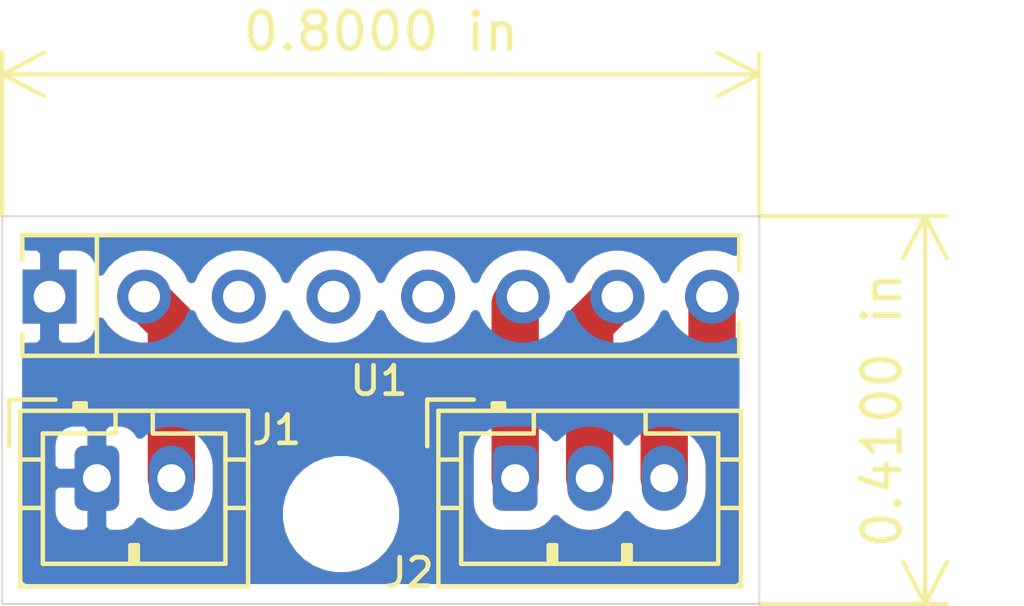
<source format=kicad_pcb>
(kicad_pcb (version 20171130) (host pcbnew "(5.1.2-1)-1")

  (general
    (thickness 1.6)
    (drawings 6)
    (tracks 9)
    (zones 0)
    (modules 4)
    (nets 8)
  )

  (page A4)
  (layers
    (0 F.Cu signal)
    (31 B.Cu signal)
    (32 B.Adhes user)
    (33 F.Adhes user)
    (34 B.Paste user)
    (35 F.Paste user)
    (36 B.SilkS user)
    (37 F.SilkS user)
    (38 B.Mask user)
    (39 F.Mask user)
    (40 Dwgs.User user)
    (41 Cmts.User user)
    (42 Eco1.User user)
    (43 Eco2.User user)
    (44 Edge.Cuts user)
    (45 Margin user)
    (46 B.CrtYd user)
    (47 F.CrtYd user hide)
    (48 B.Fab user)
    (49 F.Fab user)
  )

  (setup
    (last_trace_width 1.27)
    (user_trace_width 1.27)
    (trace_clearance 0.2)
    (zone_clearance 0.508)
    (zone_45_only no)
    (trace_min 0.2)
    (via_size 0.8)
    (via_drill 0.4)
    (via_min_size 0.4)
    (via_min_drill 0.3)
    (uvia_size 0.3)
    (uvia_drill 0.1)
    (uvias_allowed no)
    (uvia_min_size 0.2)
    (uvia_min_drill 0.1)
    (edge_width 0.05)
    (segment_width 0.2)
    (pcb_text_width 0.3)
    (pcb_text_size 1.5 1.5)
    (mod_edge_width 0.12)
    (mod_text_size 1 1)
    (mod_text_width 0.15)
    (pad_size 1.524 1.524)
    (pad_drill 0.762)
    (pad_to_mask_clearance 0.051)
    (solder_mask_min_width 0.25)
    (aux_axis_origin 0 0)
    (visible_elements FFFFFF7F)
    (pcbplotparams
      (layerselection 0x010fc_ffffffff)
      (usegerberextensions false)
      (usegerberattributes false)
      (usegerberadvancedattributes false)
      (creategerberjobfile false)
      (excludeedgelayer true)
      (linewidth 0.100000)
      (plotframeref false)
      (viasonmask false)
      (mode 1)
      (useauxorigin false)
      (hpglpennumber 1)
      (hpglpenspeed 20)
      (hpglpendiameter 15.000000)
      (psnegative false)
      (psa4output false)
      (plotreference true)
      (plotvalue true)
      (plotinvisibletext false)
      (padsonsilk false)
      (subtractmaskfromsilk false)
      (outputformat 1)
      (mirror false)
      (drillshape 1)
      (scaleselection 1)
      (outputdirectory ""))
  )

  (net 0 "")
  (net 1 +9V)
  (net 2 GND)
  (net 3 -15V)
  (net 4 "Net-(J2-Pad2)")
  (net 5 +15V)
  (net 6 "Net-(U1-Pad5)")
  (net 7 "Net-(U1-Pad3)")

  (net_class Default "This is the default net class."
    (clearance 0.2)
    (trace_width 0.25)
    (via_dia 0.8)
    (via_drill 0.4)
    (uvia_dia 0.3)
    (uvia_drill 0.1)
    (add_net +15V)
    (add_net +9V)
    (add_net -15V)
    (add_net GND)
    (add_net "Net-(J2-Pad2)")
    (add_net "Net-(U1-Pad3)")
    (add_net "Net-(U1-Pad5)")
  )

  (module MountingHole:MountingHole_2.1mm (layer F.Cu) (tedit 5B924765) (tstamp 5CEF652F)
    (at 130.556 98.171)
    (descr "Mounting Hole 2.1mm, no annular")
    (tags "mounting hole 2.1mm no annular")
    (path /5D3D0F8C)
    (attr virtual)
    (fp_text reference H1 (at -0.127 1.016) (layer F.SilkS) hide
      (effects (font (size 1 1) (thickness 0.15)))
    )
    (fp_text value MountingHole (at 0 3.2) (layer F.Fab) hide
      (effects (font (size 1 1) (thickness 0.15)))
    )
    (fp_circle (center 0 0) (end 2.35 0) (layer F.CrtYd) (width 0.05))
    (fp_circle (center 0 0) (end 2.1 0) (layer Cmts.User) (width 0.15))
    (fp_text user %R (at 0.1524 -0.0254) (layer F.Fab)
      (effects (font (size 1 1) (thickness 0.15)))
    )
    (pad "" np_thru_hole circle (at 0 0) (size 2.1 2.1) (drill 2.1) (layers *.Cu *.Mask))
  )

  (module Package_SIP:SIP-8_19x3mm_P2.54mm (layer F.Cu) (tedit 5A0CB273) (tstamp 5CEF5D4D)
    (at 122.682 92.329)
    (descr "SIP 8-pin (http://www.njr.com/semicon/PDF/package/SIP8_E.pdf)")
    (tags SIP8)
    (path /5D3C0259)
    (fp_text reference U1 (at 8.8392 2.2606) (layer F.SilkS)
      (effects (font (size 0.762 0.762) (thickness 0.127)))
    )
    (fp_text value DPAN02 (at 15.748 -2.413) (layer F.Fab) hide
      (effects (font (size 1 1) (thickness 0.15)))
    )
    (fp_line (start -0.61 -1.53) (end -0.61 -0.5) (layer F.Fab) (width 0.1))
    (fp_line (start -0.61 0.5) (end -0.61 1.47) (layer F.Fab) (width 0.1))
    (fp_line (start 18.39 1.47) (end -0.61 1.47) (layer F.Fab) (width 0.1))
    (fp_line (start 18.39 -1.53) (end -0.61 -1.53) (layer F.Fab) (width 0.1))
    (fp_line (start 18.51 -1.65) (end 18.51 -0.7) (layer F.SilkS) (width 0.12))
    (fp_line (start -0.73 -1.65) (end -0.73 -1) (layer F.SilkS) (width 0.12))
    (fp_line (start 18.51 -1.65) (end -0.73 -1.65) (layer F.SilkS) (width 0.12))
    (fp_line (start 18.51 1.59) (end 18.51 0.7) (layer F.SilkS) (width 0.12))
    (fp_line (start -0.73 1.59) (end -0.73 1) (layer F.SilkS) (width 0.12))
    (fp_line (start 18.51 1.59) (end -0.73 1.59) (layer F.SilkS) (width 0.12))
    (fp_line (start 1.27 1.59) (end 1.27 -1.65) (layer F.SilkS) (width 0.12))
    (fp_line (start 18.39 -1.53) (end 18.39 1.47) (layer F.Fab) (width 0.1))
    (fp_line (start -0.98 -1.78) (end 18.76 -1.78) (layer F.CrtYd) (width 0.05))
    (fp_line (start 18.76 -1.78) (end 18.76 1.72) (layer F.CrtYd) (width 0.05))
    (fp_line (start 18.76 1.72) (end -0.98 1.72) (layer F.CrtYd) (width 0.05))
    (fp_line (start -0.98 1.72) (end -0.98 -1.78) (layer F.CrtYd) (width 0.05))
    (fp_line (start -0.61 -0.5) (end -0.11 0) (layer F.Fab) (width 0.1))
    (fp_line (start -0.11 0) (end -0.61 0.5) (layer F.Fab) (width 0.1))
    (fp_text user %R (at 8.89 0) (layer F.Fab) hide
      (effects (font (size 1 1) (thickness 0.15)))
    )
    (pad 8 thru_hole circle (at 17.78 0 90) (size 1.45 1.45) (drill 0.85) (layers *.Cu *.Mask)
      (net 3 -15V))
    (pad 7 thru_hole circle (at 15.24 0 90) (size 1.45 1.45) (drill 0.85) (layers *.Cu *.Mask)
      (net 4 "Net-(J2-Pad2)"))
    (pad 6 thru_hole circle (at 12.7 0 90) (size 1.45 1.45) (drill 0.85) (layers *.Cu *.Mask)
      (net 5 +15V))
    (pad 5 thru_hole circle (at 10.16 0 90) (size 1.45 1.45) (drill 0.85) (layers *.Cu *.Mask)
      (net 6 "Net-(U1-Pad5)"))
    (pad 4 thru_hole circle (at 7.62 0 90) (size 1.45 1.45) (drill 0.85) (layers *.Cu *.Mask))
    (pad 3 thru_hole circle (at 5.08 0 90) (size 1.45 1.45) (drill 0.85) (layers *.Cu *.Mask)
      (net 7 "Net-(U1-Pad3)"))
    (pad 2 thru_hole circle (at 2.54 0 90) (size 1.45 1.45) (drill 0.85) (layers *.Cu *.Mask)
      (net 1 +9V))
    (pad 1 thru_hole rect (at 0 0 90) (size 1.45 1.45) (drill 0.85) (layers *.Cu *.Mask)
      (net 2 GND))
    (model ${KISYS3DMOD}/Package_SIP.3dshapes/SIP-8_19x3mm_P2.54mm.wrl
      (at (xyz 0 0 0))
      (scale (xyz 1 1 1))
      (rotate (xyz 0 0 0))
    )
  )

  (module Connector_JST:JST_PH_B3B-PH-K_1x03_P2.00mm_Vertical (layer F.Cu) (tedit 5B7745C2) (tstamp 5CEF5D2E)
    (at 135.1788 97.2058)
    (descr "JST PH series connector, B3B-PH-K (http://www.jst-mfg.com/product/pdf/eng/ePH.pdf), generated with kicad-footprint-generator")
    (tags "connector JST PH side entry")
    (path /5D3C5CCF)
    (fp_text reference J2 (at -2.8448 2.54) (layer F.SilkS)
      (effects (font (size 0.762 0.762) (thickness 0.127)))
    )
    (fp_text value Conn_01x03_Male (at 2 4) (layer F.Fab) hide
      (effects (font (size 1 1) (thickness 0.15)))
    )
    (fp_text user %R (at 2 1.5) (layer F.Fab) hide
      (effects (font (size 1 1) (thickness 0.15)))
    )
    (fp_line (start 6.45 -2.2) (end -2.45 -2.2) (layer F.CrtYd) (width 0.05))
    (fp_line (start 6.45 3.3) (end 6.45 -2.2) (layer F.CrtYd) (width 0.05))
    (fp_line (start -2.45 3.3) (end 6.45 3.3) (layer F.CrtYd) (width 0.05))
    (fp_line (start -2.45 -2.2) (end -2.45 3.3) (layer F.CrtYd) (width 0.05))
    (fp_line (start 5.95 -1.7) (end -1.95 -1.7) (layer F.Fab) (width 0.1))
    (fp_line (start 5.95 2.8) (end 5.95 -1.7) (layer F.Fab) (width 0.1))
    (fp_line (start -1.95 2.8) (end 5.95 2.8) (layer F.Fab) (width 0.1))
    (fp_line (start -1.95 -1.7) (end -1.95 2.8) (layer F.Fab) (width 0.1))
    (fp_line (start -2.36 -2.11) (end -2.36 -0.86) (layer F.Fab) (width 0.1))
    (fp_line (start -1.11 -2.11) (end -2.36 -2.11) (layer F.Fab) (width 0.1))
    (fp_line (start -2.36 -2.11) (end -2.36 -0.86) (layer F.SilkS) (width 0.12))
    (fp_line (start -1.11 -2.11) (end -2.36 -2.11) (layer F.SilkS) (width 0.12))
    (fp_line (start 3 2.3) (end 3 1.8) (layer F.SilkS) (width 0.12))
    (fp_line (start 3.1 1.8) (end 3.1 2.3) (layer F.SilkS) (width 0.12))
    (fp_line (start 2.9 1.8) (end 3.1 1.8) (layer F.SilkS) (width 0.12))
    (fp_line (start 2.9 2.3) (end 2.9 1.8) (layer F.SilkS) (width 0.12))
    (fp_line (start 1 2.3) (end 1 1.8) (layer F.SilkS) (width 0.12))
    (fp_line (start 1.1 1.8) (end 1.1 2.3) (layer F.SilkS) (width 0.12))
    (fp_line (start 0.9 1.8) (end 1.1 1.8) (layer F.SilkS) (width 0.12))
    (fp_line (start 0.9 2.3) (end 0.9 1.8) (layer F.SilkS) (width 0.12))
    (fp_line (start 6.06 0.8) (end 5.45 0.8) (layer F.SilkS) (width 0.12))
    (fp_line (start 6.06 -0.5) (end 5.45 -0.5) (layer F.SilkS) (width 0.12))
    (fp_line (start -2.06 0.8) (end -1.45 0.8) (layer F.SilkS) (width 0.12))
    (fp_line (start -2.06 -0.5) (end -1.45 -0.5) (layer F.SilkS) (width 0.12))
    (fp_line (start 3.5 -1.2) (end 3.5 -1.81) (layer F.SilkS) (width 0.12))
    (fp_line (start 5.45 -1.2) (end 3.5 -1.2) (layer F.SilkS) (width 0.12))
    (fp_line (start 5.45 2.3) (end 5.45 -1.2) (layer F.SilkS) (width 0.12))
    (fp_line (start -1.45 2.3) (end 5.45 2.3) (layer F.SilkS) (width 0.12))
    (fp_line (start -1.45 -1.2) (end -1.45 2.3) (layer F.SilkS) (width 0.12))
    (fp_line (start 0.5 -1.2) (end -1.45 -1.2) (layer F.SilkS) (width 0.12))
    (fp_line (start 0.5 -1.81) (end 0.5 -1.2) (layer F.SilkS) (width 0.12))
    (fp_line (start -0.3 -1.91) (end -0.6 -1.91) (layer F.SilkS) (width 0.12))
    (fp_line (start -0.6 -2.01) (end -0.6 -1.81) (layer F.SilkS) (width 0.12))
    (fp_line (start -0.3 -2.01) (end -0.6 -2.01) (layer F.SilkS) (width 0.12))
    (fp_line (start -0.3 -1.81) (end -0.3 -2.01) (layer F.SilkS) (width 0.12))
    (fp_line (start 6.06 -1.81) (end -2.06 -1.81) (layer F.SilkS) (width 0.12))
    (fp_line (start 6.06 2.91) (end 6.06 -1.81) (layer F.SilkS) (width 0.12))
    (fp_line (start -2.06 2.91) (end 6.06 2.91) (layer F.SilkS) (width 0.12))
    (fp_line (start -2.06 -1.81) (end -2.06 2.91) (layer F.SilkS) (width 0.12))
    (pad 3 thru_hole oval (at 4 0) (size 1.2 1.75) (drill 0.75) (layers *.Cu *.Mask)
      (net 3 -15V))
    (pad 2 thru_hole oval (at 2 0) (size 1.2 1.75) (drill 0.75) (layers *.Cu *.Mask)
      (net 4 "Net-(J2-Pad2)"))
    (pad 1 thru_hole roundrect (at 0 0) (size 1.2 1.75) (drill 0.75) (layers *.Cu *.Mask) (roundrect_rratio 0.208333)
      (net 5 +15V))
    (model ${KISYS3DMOD}/Connector_JST.3dshapes/JST_PH_B3B-PH-K_1x03_P2.00mm_Vertical.wrl
      (at (xyz 0 0 0))
      (scale (xyz 1 1 1))
      (rotate (xyz 0 0 0))
    )
  )

  (module Connector_JST:JST_PH_B2B-PH-K_1x02_P2.00mm_Vertical (layer F.Cu) (tedit 5B7745C2) (tstamp 5CEF5CFF)
    (at 123.952 97.2058)
    (descr "JST PH series connector, B2B-PH-K (http://www.jst-mfg.com/product/pdf/eng/ePH.pdf), generated with kicad-footprint-generator")
    (tags "connector JST PH side entry")
    (path /5D3C5379)
    (fp_text reference J1 (at 4.826 -1.2954) (layer F.SilkS)
      (effects (font (size 0.762 0.762) (thickness 0.127)))
    )
    (fp_text value Conn_01x02_Male (at 1 4) (layer F.Fab) hide
      (effects (font (size 1 1) (thickness 0.15)))
    )
    (fp_text user %R (at 1 1.5) (layer F.Fab)
      (effects (font (size 1 1) (thickness 0.15)))
    )
    (fp_line (start 4.45 -2.2) (end -2.45 -2.2) (layer F.CrtYd) (width 0.05))
    (fp_line (start 4.45 3.3) (end 4.45 -2.2) (layer F.CrtYd) (width 0.05))
    (fp_line (start -2.45 3.3) (end 4.45 3.3) (layer F.CrtYd) (width 0.05))
    (fp_line (start -2.45 -2.2) (end -2.45 3.3) (layer F.CrtYd) (width 0.05))
    (fp_line (start 3.95 -1.7) (end -1.95 -1.7) (layer F.Fab) (width 0.1))
    (fp_line (start 3.95 2.8) (end 3.95 -1.7) (layer F.Fab) (width 0.1))
    (fp_line (start -1.95 2.8) (end 3.95 2.8) (layer F.Fab) (width 0.1))
    (fp_line (start -1.95 -1.7) (end -1.95 2.8) (layer F.Fab) (width 0.1))
    (fp_line (start -2.36 -2.11) (end -2.36 -0.86) (layer F.Fab) (width 0.1))
    (fp_line (start -1.11 -2.11) (end -2.36 -2.11) (layer F.Fab) (width 0.1))
    (fp_line (start -2.36 -2.11) (end -2.36 -0.86) (layer F.SilkS) (width 0.12))
    (fp_line (start -1.11 -2.11) (end -2.36 -2.11) (layer F.SilkS) (width 0.12))
    (fp_line (start 1 2.3) (end 1 1.8) (layer F.SilkS) (width 0.12))
    (fp_line (start 1.1 1.8) (end 1.1 2.3) (layer F.SilkS) (width 0.12))
    (fp_line (start 0.9 1.8) (end 1.1 1.8) (layer F.SilkS) (width 0.12))
    (fp_line (start 0.9 2.3) (end 0.9 1.8) (layer F.SilkS) (width 0.12))
    (fp_line (start 4.06 0.8) (end 3.45 0.8) (layer F.SilkS) (width 0.12))
    (fp_line (start 4.06 -0.5) (end 3.45 -0.5) (layer F.SilkS) (width 0.12))
    (fp_line (start -2.06 0.8) (end -1.45 0.8) (layer F.SilkS) (width 0.12))
    (fp_line (start -2.06 -0.5) (end -1.45 -0.5) (layer F.SilkS) (width 0.12))
    (fp_line (start 1.5 -1.2) (end 1.5 -1.81) (layer F.SilkS) (width 0.12))
    (fp_line (start 3.45 -1.2) (end 1.5 -1.2) (layer F.SilkS) (width 0.12))
    (fp_line (start 3.45 2.3) (end 3.45 -1.2) (layer F.SilkS) (width 0.12))
    (fp_line (start -1.45 2.3) (end 3.45 2.3) (layer F.SilkS) (width 0.12))
    (fp_line (start -1.45 -1.2) (end -1.45 2.3) (layer F.SilkS) (width 0.12))
    (fp_line (start 0.5 -1.2) (end -1.45 -1.2) (layer F.SilkS) (width 0.12))
    (fp_line (start 0.5 -1.81) (end 0.5 -1.2) (layer F.SilkS) (width 0.12))
    (fp_line (start -0.3 -1.91) (end -0.6 -1.91) (layer F.SilkS) (width 0.12))
    (fp_line (start -0.6 -2.01) (end -0.6 -1.81) (layer F.SilkS) (width 0.12))
    (fp_line (start -0.3 -2.01) (end -0.6 -2.01) (layer F.SilkS) (width 0.12))
    (fp_line (start -0.3 -1.81) (end -0.3 -2.01) (layer F.SilkS) (width 0.12))
    (fp_line (start 4.06 -1.81) (end -2.06 -1.81) (layer F.SilkS) (width 0.12))
    (fp_line (start 4.06 2.91) (end 4.06 -1.81) (layer F.SilkS) (width 0.12))
    (fp_line (start -2.06 2.91) (end 4.06 2.91) (layer F.SilkS) (width 0.12))
    (fp_line (start -2.06 -1.81) (end -2.06 2.91) (layer F.SilkS) (width 0.12))
    (pad 2 thru_hole oval (at 2 0) (size 1.2 1.75) (drill 0.75) (layers *.Cu *.Mask)
      (net 1 +9V))
    (pad 1 thru_hole roundrect (at 0 0) (size 1.2 1.75) (drill 0.75) (layers *.Cu *.Mask) (roundrect_rratio 0.208333)
      (net 2 GND))
    (model ${KISYS3DMOD}/Connector_JST.3dshapes/JST_PH_B2B-PH-K_1x02_P2.00mm_Vertical.wrl
      (at (xyz 0 0 0))
      (scale (xyz 1 1 1))
      (rotate (xyz 0 0 0))
    )
  )

  (dimension 10.414 (width 0.12) (layer F.SilkS)
    (gr_text "0.4100 in" (at 147.447 95.377 270) (layer F.SilkS)
      (effects (font (size 1 1) (thickness 0.15)))
    )
    (feature1 (pts (xy 141.732 100.584) (xy 146.763421 100.584)))
    (feature2 (pts (xy 141.732 90.17) (xy 146.763421 90.17)))
    (crossbar (pts (xy 146.177 90.17) (xy 146.177 100.584)))
    (arrow1a (pts (xy 146.177 100.584) (xy 145.590579 99.457496)))
    (arrow1b (pts (xy 146.177 100.584) (xy 146.763421 99.457496)))
    (arrow2a (pts (xy 146.177 90.17) (xy 145.590579 91.296504)))
    (arrow2b (pts (xy 146.177 90.17) (xy 146.763421 91.296504)))
  )
  (dimension 20.32 (width 0.12) (layer F.SilkS)
    (gr_text "0.8000 in" (at 131.572 85.09) (layer F.SilkS)
      (effects (font (size 1 1) (thickness 0.15)))
    )
    (feature1 (pts (xy 141.732 90.17) (xy 141.732 85.773579)))
    (feature2 (pts (xy 121.412 90.17) (xy 121.412 85.773579)))
    (crossbar (pts (xy 121.412 86.36) (xy 141.732 86.36)))
    (arrow1a (pts (xy 141.732 86.36) (xy 140.605496 86.946421)))
    (arrow1b (pts (xy 141.732 86.36) (xy 140.605496 85.773579)))
    (arrow2a (pts (xy 121.412 86.36) (xy 122.538504 86.946421)))
    (arrow2b (pts (xy 121.412 86.36) (xy 122.538504 85.773579)))
  )
  (gr_line (start 121.412 100.584) (end 121.412 90.17) (layer Edge.Cuts) (width 0.05) (tstamp 5CEF62D4))
  (gr_line (start 141.732 100.584) (end 121.412 100.584) (layer Edge.Cuts) (width 0.05))
  (gr_line (start 141.732 90.17) (end 141.732 100.584) (layer Edge.Cuts) (width 0.05))
  (gr_line (start 121.412 90.17) (end 141.732 90.17) (layer Edge.Cuts) (width 0.05))

  (segment (start 125.952 93.059) (end 125.222 92.329) (width 1.27) (layer F.Cu) (net 1))
  (segment (start 125.952 97.2058) (end 125.952 93.059) (width 1.27) (layer F.Cu) (net 1))
  (segment (start 139.1788 95.0608) (end 140.462 93.7776) (width 1.27) (layer F.Cu) (net 3))
  (segment (start 139.1788 97.2058) (end 139.1788 95.0608) (width 1.27) (layer F.Cu) (net 3))
  (segment (start 140.462 93.7776) (end 140.462 92.329) (width 1.27) (layer F.Cu) (net 3))
  (segment (start 137.1788 93.0722) (end 137.922 92.329) (width 1.27) (layer F.Cu) (net 4))
  (segment (start 137.1788 97.2058) (end 137.1788 93.0722) (width 1.27) (layer F.Cu) (net 4))
  (segment (start 135.1788 92.5322) (end 135.382 92.329) (width 1.27) (layer F.Cu) (net 5))
  (segment (start 135.1788 97.2058) (end 135.1788 92.5322) (width 1.27) (layer F.Cu) (net 5))

  (zone (net 2) (net_name GND) (layer B.Cu) (tstamp 0) (hatch edge 0.508)
    (connect_pads (clearance 0.508))
    (min_thickness 0.254)
    (fill yes (arc_segments 32) (thermal_gap 0.508) (thermal_bridge_width 0.508))
    (polygon
      (pts
        (xy 121.412 90.17) (xy 141.732 90.17) (xy 141.732 100.584) (xy 121.412 100.584)
      )
    )
    (filled_polygon
      (pts
        (xy 141.072 91.109617) (xy 140.858697 91.021264) (xy 140.595948 90.969) (xy 140.328052 90.969) (xy 140.065303 91.021264)
        (xy 139.817799 91.123784) (xy 139.595051 91.272619) (xy 139.405619 91.462051) (xy 139.256784 91.684799) (xy 139.192 91.841201)
        (xy 139.127216 91.684799) (xy 138.978381 91.462051) (xy 138.788949 91.272619) (xy 138.566201 91.123784) (xy 138.318697 91.021264)
        (xy 138.055948 90.969) (xy 137.788052 90.969) (xy 137.525303 91.021264) (xy 137.277799 91.123784) (xy 137.055051 91.272619)
        (xy 136.865619 91.462051) (xy 136.716784 91.684799) (xy 136.652 91.841201) (xy 136.587216 91.684799) (xy 136.438381 91.462051)
        (xy 136.248949 91.272619) (xy 136.026201 91.123784) (xy 135.778697 91.021264) (xy 135.515948 90.969) (xy 135.248052 90.969)
        (xy 134.985303 91.021264) (xy 134.737799 91.123784) (xy 134.515051 91.272619) (xy 134.325619 91.462051) (xy 134.176784 91.684799)
        (xy 134.112 91.841201) (xy 134.047216 91.684799) (xy 133.898381 91.462051) (xy 133.708949 91.272619) (xy 133.486201 91.123784)
        (xy 133.238697 91.021264) (xy 132.975948 90.969) (xy 132.708052 90.969) (xy 132.445303 91.021264) (xy 132.197799 91.123784)
        (xy 131.975051 91.272619) (xy 131.785619 91.462051) (xy 131.636784 91.684799) (xy 131.572 91.841201) (xy 131.507216 91.684799)
        (xy 131.358381 91.462051) (xy 131.168949 91.272619) (xy 130.946201 91.123784) (xy 130.698697 91.021264) (xy 130.435948 90.969)
        (xy 130.168052 90.969) (xy 129.905303 91.021264) (xy 129.657799 91.123784) (xy 129.435051 91.272619) (xy 129.245619 91.462051)
        (xy 129.096784 91.684799) (xy 129.032 91.841201) (xy 128.967216 91.684799) (xy 128.818381 91.462051) (xy 128.628949 91.272619)
        (xy 128.406201 91.123784) (xy 128.158697 91.021264) (xy 127.895948 90.969) (xy 127.628052 90.969) (xy 127.365303 91.021264)
        (xy 127.117799 91.123784) (xy 126.895051 91.272619) (xy 126.705619 91.462051) (xy 126.556784 91.684799) (xy 126.492 91.841201)
        (xy 126.427216 91.684799) (xy 126.278381 91.462051) (xy 126.088949 91.272619) (xy 125.866201 91.123784) (xy 125.618697 91.021264)
        (xy 125.355948 90.969) (xy 125.088052 90.969) (xy 124.825303 91.021264) (xy 124.577799 91.123784) (xy 124.355051 91.272619)
        (xy 124.165619 91.462051) (xy 124.0448 91.64287) (xy 124.045072 91.604) (xy 124.032812 91.479518) (xy 123.996502 91.35982)
        (xy 123.937537 91.249506) (xy 123.858185 91.152815) (xy 123.761494 91.073463) (xy 123.65118 91.014498) (xy 123.531482 90.978188)
        (xy 123.407 90.965928) (xy 122.96775 90.969) (xy 122.809 91.12775) (xy 122.809 92.202) (xy 122.829 92.202)
        (xy 122.829 92.456) (xy 122.809 92.456) (xy 122.809 93.53025) (xy 122.96775 93.689) (xy 123.407 93.692072)
        (xy 123.531482 93.679812) (xy 123.65118 93.643502) (xy 123.761494 93.584537) (xy 123.858185 93.505185) (xy 123.937537 93.408494)
        (xy 123.996502 93.29818) (xy 124.032812 93.178482) (xy 124.045072 93.054) (xy 124.0448 93.01513) (xy 124.165619 93.195949)
        (xy 124.355051 93.385381) (xy 124.577799 93.534216) (xy 124.825303 93.636736) (xy 125.088052 93.689) (xy 125.355948 93.689)
        (xy 125.618697 93.636736) (xy 125.866201 93.534216) (xy 126.088949 93.385381) (xy 126.278381 93.195949) (xy 126.427216 92.973201)
        (xy 126.492 92.816799) (xy 126.556784 92.973201) (xy 126.705619 93.195949) (xy 126.895051 93.385381) (xy 127.117799 93.534216)
        (xy 127.365303 93.636736) (xy 127.628052 93.689) (xy 127.895948 93.689) (xy 128.158697 93.636736) (xy 128.406201 93.534216)
        (xy 128.628949 93.385381) (xy 128.818381 93.195949) (xy 128.967216 92.973201) (xy 129.032 92.816799) (xy 129.096784 92.973201)
        (xy 129.245619 93.195949) (xy 129.435051 93.385381) (xy 129.657799 93.534216) (xy 129.905303 93.636736) (xy 130.168052 93.689)
        (xy 130.435948 93.689) (xy 130.698697 93.636736) (xy 130.946201 93.534216) (xy 131.168949 93.385381) (xy 131.358381 93.195949)
        (xy 131.507216 92.973201) (xy 131.572 92.816799) (xy 131.636784 92.973201) (xy 131.785619 93.195949) (xy 131.975051 93.385381)
        (xy 132.197799 93.534216) (xy 132.445303 93.636736) (xy 132.708052 93.689) (xy 132.975948 93.689) (xy 133.238697 93.636736)
        (xy 133.486201 93.534216) (xy 133.708949 93.385381) (xy 133.898381 93.195949) (xy 134.047216 92.973201) (xy 134.112 92.816799)
        (xy 134.176784 92.973201) (xy 134.325619 93.195949) (xy 134.515051 93.385381) (xy 134.737799 93.534216) (xy 134.985303 93.636736)
        (xy 135.248052 93.689) (xy 135.515948 93.689) (xy 135.778697 93.636736) (xy 136.026201 93.534216) (xy 136.248949 93.385381)
        (xy 136.438381 93.195949) (xy 136.587216 92.973201) (xy 136.652 92.816799) (xy 136.716784 92.973201) (xy 136.865619 93.195949)
        (xy 137.055051 93.385381) (xy 137.277799 93.534216) (xy 137.525303 93.636736) (xy 137.788052 93.689) (xy 138.055948 93.689)
        (xy 138.318697 93.636736) (xy 138.566201 93.534216) (xy 138.788949 93.385381) (xy 138.978381 93.195949) (xy 139.127216 92.973201)
        (xy 139.192 92.816799) (xy 139.256784 92.973201) (xy 139.405619 93.195949) (xy 139.595051 93.385381) (xy 139.817799 93.534216)
        (xy 140.065303 93.636736) (xy 140.328052 93.689) (xy 140.595948 93.689) (xy 140.858697 93.636736) (xy 141.072 93.548382)
        (xy 141.072001 99.924) (xy 122.072 99.924) (xy 122.072 98.0808) (xy 122.713928 98.0808) (xy 122.726188 98.205282)
        (xy 122.762498 98.32498) (xy 122.821463 98.435294) (xy 122.900815 98.531985) (xy 122.997506 98.611337) (xy 123.10782 98.670302)
        (xy 123.227518 98.706612) (xy 123.352 98.718872) (xy 123.66625 98.7158) (xy 123.825 98.55705) (xy 123.825 97.3328)
        (xy 122.87575 97.3328) (xy 122.717 97.49155) (xy 122.713928 98.0808) (xy 122.072 98.0808) (xy 122.072 96.3308)
        (xy 122.713928 96.3308) (xy 122.717 96.92005) (xy 122.87575 97.0788) (xy 123.825 97.0788) (xy 123.825 95.85455)
        (xy 124.079 95.85455) (xy 124.079 97.0788) (xy 124.099 97.0788) (xy 124.099 97.3328) (xy 124.079 97.3328)
        (xy 124.079 98.55705) (xy 124.23775 98.7158) (xy 124.552 98.718872) (xy 124.676482 98.706612) (xy 124.79618 98.670302)
        (xy 124.906494 98.611337) (xy 125.003185 98.531985) (xy 125.082537 98.435294) (xy 125.108692 98.386363) (xy 125.262552 98.512633)
        (xy 125.4771 98.627311) (xy 125.709899 98.69793) (xy 125.952 98.721775) (xy 126.194102 98.69793) (xy 126.426901 98.627311)
        (xy 126.641449 98.512633) (xy 126.829502 98.358302) (xy 126.983833 98.170249) (xy 127.072137 98.005042) (xy 128.8202 98.005042)
        (xy 128.8202 98.336958) (xy 128.884954 98.662496) (xy 129.011972 98.969147) (xy 129.196375 99.245125) (xy 129.431075 99.479825)
        (xy 129.707053 99.664228) (xy 130.013704 99.791246) (xy 130.339242 99.856) (xy 130.671158 99.856) (xy 130.996696 99.791246)
        (xy 131.303347 99.664228) (xy 131.579325 99.479825) (xy 131.814025 99.245125) (xy 131.998428 98.969147) (xy 132.125446 98.662496)
        (xy 132.1902 98.336958) (xy 132.1902 98.005042) (xy 132.125446 97.679504) (xy 131.998428 97.372853) (xy 131.814025 97.096875)
        (xy 131.579325 96.862175) (xy 131.303347 96.677772) (xy 131.069232 96.580799) (xy 133.940728 96.580799) (xy 133.940728 97.830801)
        (xy 133.957792 98.004055) (xy 134.008328 98.170651) (xy 134.090395 98.324187) (xy 134.200838 98.458762) (xy 134.335413 98.569205)
        (xy 134.488949 98.651272) (xy 134.655545 98.701808) (xy 134.828799 98.718872) (xy 135.528801 98.718872) (xy 135.702055 98.701808)
        (xy 135.868651 98.651272) (xy 136.022187 98.569205) (xy 136.156762 98.458762) (xy 136.267205 98.324187) (xy 136.26961 98.319688)
        (xy 136.301299 98.358302) (xy 136.489352 98.512633) (xy 136.7039 98.627311) (xy 136.936699 98.69793) (xy 137.1788 98.721775)
        (xy 137.420902 98.69793) (xy 137.653701 98.627311) (xy 137.868249 98.512633) (xy 138.056302 98.358302) (xy 138.178801 98.209037)
        (xy 138.301299 98.358302) (xy 138.489352 98.512633) (xy 138.7039 98.627311) (xy 138.936699 98.69793) (xy 139.1788 98.721775)
        (xy 139.420902 98.69793) (xy 139.653701 98.627311) (xy 139.868249 98.512633) (xy 140.056302 98.358302) (xy 140.210633 98.170249)
        (xy 140.325311 97.9557) (xy 140.39593 97.722901) (xy 140.4138 97.541464) (xy 140.4138 96.870135) (xy 140.39593 96.688698)
        (xy 140.325311 96.455899) (xy 140.210633 96.241351) (xy 140.056302 96.053298) (xy 139.868248 95.898967) (xy 139.6537 95.784289)
        (xy 139.420901 95.71367) (xy 139.1788 95.689825) (xy 138.936698 95.71367) (xy 138.703899 95.784289) (xy 138.489351 95.898967)
        (xy 138.301298 96.053298) (xy 138.1788 96.202563) (xy 138.056302 96.053298) (xy 137.868248 95.898967) (xy 137.6537 95.784289)
        (xy 137.420901 95.71367) (xy 137.1788 95.689825) (xy 136.936698 95.71367) (xy 136.703899 95.784289) (xy 136.489351 95.898967)
        (xy 136.301298 96.053298) (xy 136.269609 96.091911) (xy 136.267205 96.087413) (xy 136.156762 95.952838) (xy 136.022187 95.842395)
        (xy 135.868651 95.760328) (xy 135.702055 95.709792) (xy 135.528801 95.692728) (xy 134.828799 95.692728) (xy 134.655545 95.709792)
        (xy 134.488949 95.760328) (xy 134.335413 95.842395) (xy 134.200838 95.952838) (xy 134.090395 96.087413) (xy 134.008328 96.240949)
        (xy 133.957792 96.407545) (xy 133.940728 96.580799) (xy 131.069232 96.580799) (xy 130.996696 96.550754) (xy 130.671158 96.486)
        (xy 130.339242 96.486) (xy 130.013704 96.550754) (xy 129.707053 96.677772) (xy 129.431075 96.862175) (xy 129.196375 97.096875)
        (xy 129.011972 97.372853) (xy 128.884954 97.679504) (xy 128.8202 98.005042) (xy 127.072137 98.005042) (xy 127.098511 97.9557)
        (xy 127.16913 97.722901) (xy 127.187 97.541464) (xy 127.187 96.870135) (xy 127.16913 96.688698) (xy 127.098511 96.455899)
        (xy 126.983833 96.241351) (xy 126.829502 96.053298) (xy 126.641448 95.898967) (xy 126.4269 95.784289) (xy 126.194101 95.71367)
        (xy 125.952 95.689825) (xy 125.709898 95.71367) (xy 125.477099 95.784289) (xy 125.262551 95.898967) (xy 125.108691 96.025236)
        (xy 125.082537 95.976306) (xy 125.003185 95.879615) (xy 124.906494 95.800263) (xy 124.79618 95.741298) (xy 124.676482 95.704988)
        (xy 124.552 95.692728) (xy 124.23775 95.6958) (xy 124.079 95.85455) (xy 123.825 95.85455) (xy 123.66625 95.6958)
        (xy 123.352 95.692728) (xy 123.227518 95.704988) (xy 123.10782 95.741298) (xy 122.997506 95.800263) (xy 122.900815 95.879615)
        (xy 122.821463 95.976306) (xy 122.762498 96.08662) (xy 122.726188 96.206318) (xy 122.713928 96.3308) (xy 122.072 96.3308)
        (xy 122.072 93.691268) (xy 122.39625 93.689) (xy 122.555 93.53025) (xy 122.555 92.456) (xy 122.535 92.456)
        (xy 122.535 92.202) (xy 122.555 92.202) (xy 122.555 91.12775) (xy 122.39625 90.969) (xy 122.072 90.966732)
        (xy 122.072 90.83) (xy 141.072 90.83)
      )
    )
  )
)

</source>
